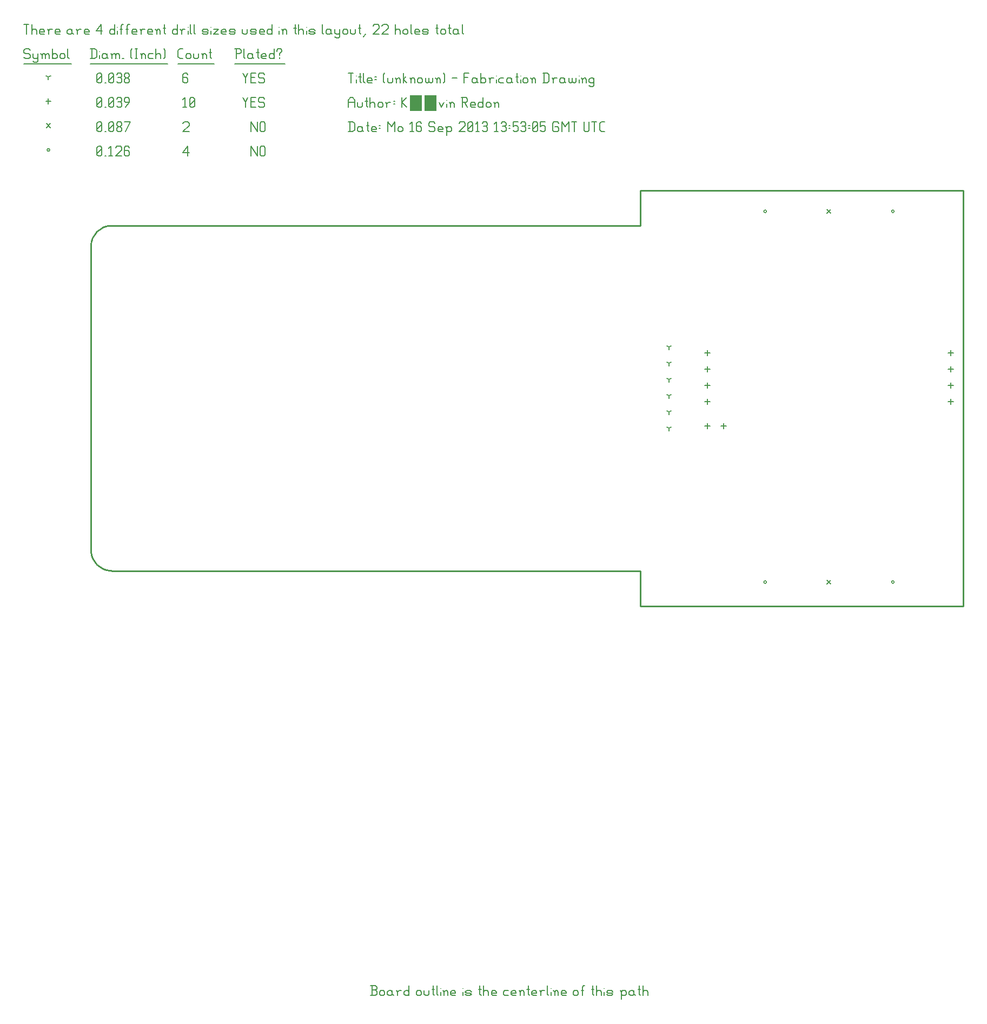
<source format=gbr>
G04 start of page 11 for group -3984 idx -3984 *
G04 Title: (unknown), fab *
G04 Creator: pcb 20110918 *
G04 CreationDate: Mo 16 Sep 2013 13:53:05 GMT UTC *
G04 For: kevredon *
G04 Format: Gerber/RS-274X *
G04 PCB-Dimensions: 600000 500000 *
G04 PCB-Coordinate-Origin: lower left *
%MOIN*%
%FSLAX25Y25*%
%LNFAB*%
%ADD44C,0.0001*%
%ADD43C,0.0100*%
%ADD42C,0.0075*%
%ADD41C,0.0060*%
%ADD40C,0.0080*%
G54D40*X534722Y245076D02*G75*G03X536322Y245076I800J0D01*G01*
G75*G03X534722Y245076I-800J0D01*G01*
Y473423D02*G75*G03X536322Y473423I800J0D01*G01*
G75*G03X534722Y473423I-800J0D01*G01*
X455982Y245076D02*G75*G03X457582Y245076I800J0D01*G01*
G75*G03X455982Y245076I-800J0D01*G01*
Y473423D02*G75*G03X457582Y473423I800J0D01*G01*
G75*G03X455982Y473423I-800J0D01*G01*
X14200Y511250D02*G75*G03X15800Y511250I800J0D01*G01*
G75*G03X14200Y511250I-800J0D01*G01*
G54D41*X140000Y513500D02*Y507500D01*
Y513500D02*X143750Y507500D01*
Y513500D02*Y507500D01*
X145550Y512750D02*Y508250D01*
Y512750D02*X146300Y513500D01*
X147800D01*
X148550Y512750D01*
Y508250D01*
X147800Y507500D02*X148550Y508250D01*
X146300Y507500D02*X147800D01*
X145550Y508250D02*X146300Y507500D01*
X98000Y509750D02*X101000Y513500D01*
X98000Y509750D02*X101750D01*
X101000Y513500D02*Y507500D01*
X45000Y508250D02*X45750Y507500D01*
X45000Y512750D02*Y508250D01*
Y512750D02*X45750Y513500D01*
X47250D01*
X48000Y512750D01*
Y508250D01*
X47250Y507500D02*X48000Y508250D01*
X45750Y507500D02*X47250D01*
X45000Y509000D02*X48000Y512000D01*
X49800Y507500D02*X50550D01*
X52350Y512300D02*X53550Y513500D01*
Y507500D01*
X52350D02*X54600D01*
X56400Y512750D02*X57150Y513500D01*
X59400D01*
X60150Y512750D01*
Y511250D01*
X56400Y507500D02*X60150Y511250D01*
X56400Y507500D02*X60150D01*
X64200Y513500D02*X64950Y512750D01*
X62700Y513500D02*X64200D01*
X61950Y512750D02*X62700Y513500D01*
X61950Y512750D02*Y508250D01*
X62700Y507500D01*
X64200Y510800D02*X64950Y510050D01*
X61950Y510800D02*X64200D01*
X62700Y507500D02*X64200D01*
X64950Y508250D01*
Y510050D02*Y508250D01*
X494952Y246276D02*X497352Y243876D01*
X494952D02*X497352Y246276D01*
X494952Y474623D02*X497352Y472223D01*
X494952D02*X497352Y474623D01*
X13800Y527450D02*X16200Y525050D01*
X13800D02*X16200Y527450D01*
X140000Y528500D02*Y522500D01*
Y528500D02*X143750Y522500D01*
Y528500D02*Y522500D01*
X145550Y527750D02*Y523250D01*
Y527750D02*X146300Y528500D01*
X147800D01*
X148550Y527750D01*
Y523250D01*
X147800Y522500D02*X148550Y523250D01*
X146300Y522500D02*X147800D01*
X145550Y523250D02*X146300Y522500D01*
X98000Y527750D02*X98750Y528500D01*
X101000D01*
X101750Y527750D01*
Y526250D01*
X98000Y522500D02*X101750Y526250D01*
X98000Y522500D02*X101750D01*
X45000Y523250D02*X45750Y522500D01*
X45000Y527750D02*Y523250D01*
Y527750D02*X45750Y528500D01*
X47250D01*
X48000Y527750D01*
Y523250D01*
X47250Y522500D02*X48000Y523250D01*
X45750Y522500D02*X47250D01*
X45000Y524000D02*X48000Y527000D01*
X49800Y522500D02*X50550D01*
X52350Y523250D02*X53100Y522500D01*
X52350Y527750D02*Y523250D01*
Y527750D02*X53100Y528500D01*
X54600D01*
X55350Y527750D01*
Y523250D01*
X54600Y522500D02*X55350Y523250D01*
X53100Y522500D02*X54600D01*
X52350Y524000D02*X55350Y527000D01*
X57150Y523250D02*X57900Y522500D01*
X57150Y524450D02*Y523250D01*
Y524450D02*X58200Y525500D01*
X59100D01*
X60150Y524450D01*
Y523250D01*
X59400Y522500D02*X60150Y523250D01*
X57900Y522500D02*X59400D01*
X57150Y526550D02*X58200Y525500D01*
X57150Y527750D02*Y526550D01*
Y527750D02*X57900Y528500D01*
X59400D01*
X60150Y527750D01*
Y526550D01*
X59100Y525500D02*X60150Y526550D01*
X62700Y522500D02*X65700Y528500D01*
X61950D02*X65700D01*
X421152Y387936D02*Y384736D01*
X419552Y386336D02*X422752D01*
X421152Y377936D02*Y374736D01*
X419552Y376336D02*X422752D01*
X421152Y367936D02*Y364736D01*
X419552Y366336D02*X422752D01*
X421152Y357936D02*Y354736D01*
X419552Y356336D02*X422752D01*
X571152Y387936D02*Y384736D01*
X569552Y386336D02*X572752D01*
X571152Y377936D02*Y374736D01*
X569552Y376336D02*X572752D01*
X571152Y367936D02*Y364736D01*
X569552Y366336D02*X572752D01*
X571152Y357936D02*Y354736D01*
X569552Y356336D02*X572752D01*
X421152Y342936D02*Y339736D01*
X419552Y341336D02*X422752D01*
X431152Y342936D02*Y339736D01*
X429552Y341336D02*X432752D01*
X15000Y542850D02*Y539650D01*
X13400Y541250D02*X16600D01*
X135000Y543500D02*X136500Y540500D01*
X138000Y543500D01*
X136500Y540500D02*Y537500D01*
X139800Y540800D02*X142050D01*
X139800Y537500D02*X142800D01*
X139800Y543500D02*Y537500D01*
Y543500D02*X142800D01*
X147600D02*X148350Y542750D01*
X145350Y543500D02*X147600D01*
X144600Y542750D02*X145350Y543500D01*
X144600Y542750D02*Y541250D01*
X145350Y540500D01*
X147600D01*
X148350Y539750D01*
Y538250D01*
X147600Y537500D02*X148350Y538250D01*
X145350Y537500D02*X147600D01*
X144600Y538250D02*X145350Y537500D01*
X98000Y542300D02*X99200Y543500D01*
Y537500D01*
X98000D02*X100250D01*
X102050Y538250D02*X102800Y537500D01*
X102050Y542750D02*Y538250D01*
Y542750D02*X102800Y543500D01*
X104300D01*
X105050Y542750D01*
Y538250D01*
X104300Y537500D02*X105050Y538250D01*
X102800Y537500D02*X104300D01*
X102050Y539000D02*X105050Y542000D01*
X45000Y538250D02*X45750Y537500D01*
X45000Y542750D02*Y538250D01*
Y542750D02*X45750Y543500D01*
X47250D01*
X48000Y542750D01*
Y538250D01*
X47250Y537500D02*X48000Y538250D01*
X45750Y537500D02*X47250D01*
X45000Y539000D02*X48000Y542000D01*
X49800Y537500D02*X50550D01*
X52350Y538250D02*X53100Y537500D01*
X52350Y542750D02*Y538250D01*
Y542750D02*X53100Y543500D01*
X54600D01*
X55350Y542750D01*
Y538250D01*
X54600Y537500D02*X55350Y538250D01*
X53100Y537500D02*X54600D01*
X52350Y539000D02*X55350Y542000D01*
X57150Y542750D02*X57900Y543500D01*
X59400D01*
X60150Y542750D01*
X59400Y537500D02*X60150Y538250D01*
X57900Y537500D02*X59400D01*
X57150Y538250D02*X57900Y537500D01*
Y540800D02*X59400D01*
X60150Y542750D02*Y541550D01*
Y540050D02*Y538250D01*
Y540050D02*X59400Y540800D01*
X60150Y541550D02*X59400Y540800D01*
X62700Y537500D02*X64950Y540500D01*
Y542750D02*Y540500D01*
X64200Y543500D02*X64950Y542750D01*
X62700Y543500D02*X64200D01*
X61950Y542750D02*X62700Y543500D01*
X61950Y542750D02*Y541250D01*
X62700Y540500D01*
X64950D01*
X397638Y389764D02*Y388164D01*
Y389764D02*X399025Y390564D01*
X397638Y389764D02*X396251Y390564D01*
X397638Y379764D02*Y378164D01*
Y379764D02*X399025Y380564D01*
X397638Y379764D02*X396251Y380564D01*
X397638Y369764D02*Y368164D01*
Y369764D02*X399025Y370564D01*
X397638Y369764D02*X396251Y370564D01*
X397638Y359764D02*Y358164D01*
Y359764D02*X399025Y360564D01*
X397638Y359764D02*X396251Y360564D01*
X397638Y349764D02*Y348164D01*
Y349764D02*X399025Y350564D01*
X397638Y349764D02*X396251Y350564D01*
X397638Y339764D02*Y338164D01*
Y339764D02*X399025Y340564D01*
X397638Y339764D02*X396251Y340564D01*
X15000Y556250D02*Y554650D01*
Y556250D02*X16387Y557050D01*
X15000Y556250D02*X13613Y557050D01*
X135000Y558500D02*X136500Y555500D01*
X138000Y558500D01*
X136500Y555500D02*Y552500D01*
X139800Y555800D02*X142050D01*
X139800Y552500D02*X142800D01*
X139800Y558500D02*Y552500D01*
Y558500D02*X142800D01*
X147600D02*X148350Y557750D01*
X145350Y558500D02*X147600D01*
X144600Y557750D02*X145350Y558500D01*
X144600Y557750D02*Y556250D01*
X145350Y555500D01*
X147600D01*
X148350Y554750D01*
Y553250D01*
X147600Y552500D02*X148350Y553250D01*
X145350Y552500D02*X147600D01*
X144600Y553250D02*X145350Y552500D01*
X100250Y558500D02*X101000Y557750D01*
X98750Y558500D02*X100250D01*
X98000Y557750D02*X98750Y558500D01*
X98000Y557750D02*Y553250D01*
X98750Y552500D01*
X100250Y555800D02*X101000Y555050D01*
X98000Y555800D02*X100250D01*
X98750Y552500D02*X100250D01*
X101000Y553250D01*
Y555050D02*Y553250D01*
X45000D02*X45750Y552500D01*
X45000Y557750D02*Y553250D01*
Y557750D02*X45750Y558500D01*
X47250D01*
X48000Y557750D01*
Y553250D01*
X47250Y552500D02*X48000Y553250D01*
X45750Y552500D02*X47250D01*
X45000Y554000D02*X48000Y557000D01*
X49800Y552500D02*X50550D01*
X52350Y553250D02*X53100Y552500D01*
X52350Y557750D02*Y553250D01*
Y557750D02*X53100Y558500D01*
X54600D01*
X55350Y557750D01*
Y553250D01*
X54600Y552500D02*X55350Y553250D01*
X53100Y552500D02*X54600D01*
X52350Y554000D02*X55350Y557000D01*
X57150Y557750D02*X57900Y558500D01*
X59400D01*
X60150Y557750D01*
X59400Y552500D02*X60150Y553250D01*
X57900Y552500D02*X59400D01*
X57150Y553250D02*X57900Y552500D01*
Y555800D02*X59400D01*
X60150Y557750D02*Y556550D01*
Y555050D02*Y553250D01*
Y555050D02*X59400Y555800D01*
X60150Y556550D02*X59400Y555800D01*
X61950Y553250D02*X62700Y552500D01*
X61950Y554450D02*Y553250D01*
Y554450D02*X63000Y555500D01*
X63900D01*
X64950Y554450D01*
Y553250D01*
X64200Y552500D02*X64950Y553250D01*
X62700Y552500D02*X64200D01*
X61950Y556550D02*X63000Y555500D01*
X61950Y557750D02*Y556550D01*
Y557750D02*X62700Y558500D01*
X64200D01*
X64950Y557750D01*
Y556550D01*
X63900Y555500D02*X64950Y556550D01*
X3000Y573500D02*X3750Y572750D01*
X750Y573500D02*X3000D01*
X0Y572750D02*X750Y573500D01*
X0Y572750D02*Y571250D01*
X750Y570500D01*
X3000D01*
X3750Y569750D01*
Y568250D01*
X3000Y567500D02*X3750Y568250D01*
X750Y567500D02*X3000D01*
X0Y568250D02*X750Y567500D01*
X5550Y570500D02*Y568250D01*
X6300Y567500D01*
X8550Y570500D02*Y566000D01*
X7800Y565250D02*X8550Y566000D01*
X6300Y565250D02*X7800D01*
X5550Y566000D02*X6300Y565250D01*
Y567500D02*X7800D01*
X8550Y568250D01*
X11100Y569750D02*Y567500D01*
Y569750D02*X11850Y570500D01*
X12600D01*
X13350Y569750D01*
Y567500D01*
Y569750D02*X14100Y570500D01*
X14850D01*
X15600Y569750D01*
Y567500D01*
X10350Y570500D02*X11100Y569750D01*
X17400Y573500D02*Y567500D01*
Y568250D02*X18150Y567500D01*
X19650D01*
X20400Y568250D01*
Y569750D02*Y568250D01*
X19650Y570500D02*X20400Y569750D01*
X18150Y570500D02*X19650D01*
X17400Y569750D02*X18150Y570500D01*
X22200Y569750D02*Y568250D01*
Y569750D02*X22950Y570500D01*
X24450D01*
X25200Y569750D01*
Y568250D01*
X24450Y567500D02*X25200Y568250D01*
X22950Y567500D02*X24450D01*
X22200Y568250D02*X22950Y567500D01*
X27000Y573500D02*Y568250D01*
X27750Y567500D01*
X0Y564250D02*X29250D01*
X41750Y573500D02*Y567500D01*
X43700Y573500D02*X44750Y572450D01*
Y568550D01*
X43700Y567500D02*X44750Y568550D01*
X41000Y567500D02*X43700D01*
X41000Y573500D02*X43700D01*
G54D42*X46550Y572000D02*Y571850D01*
G54D41*Y569750D02*Y567500D01*
X50300Y570500D02*X51050Y569750D01*
X48800Y570500D02*X50300D01*
X48050Y569750D02*X48800Y570500D01*
X48050Y569750D02*Y568250D01*
X48800Y567500D01*
X51050Y570500D02*Y568250D01*
X51800Y567500D01*
X48800D02*X50300D01*
X51050Y568250D01*
X54350Y569750D02*Y567500D01*
Y569750D02*X55100Y570500D01*
X55850D01*
X56600Y569750D01*
Y567500D01*
Y569750D02*X57350Y570500D01*
X58100D01*
X58850Y569750D01*
Y567500D01*
X53600Y570500D02*X54350Y569750D01*
X60650Y567500D02*X61400D01*
X65900Y568250D02*X66650Y567500D01*
X65900Y572750D02*X66650Y573500D01*
X65900Y572750D02*Y568250D01*
X68450Y573500D02*X69950D01*
X69200D02*Y567500D01*
X68450D02*X69950D01*
X72500Y569750D02*Y567500D01*
Y569750D02*X73250Y570500D01*
X74000D01*
X74750Y569750D01*
Y567500D01*
X71750Y570500D02*X72500Y569750D01*
X77300Y570500D02*X79550D01*
X76550Y569750D02*X77300Y570500D01*
X76550Y569750D02*Y568250D01*
X77300Y567500D01*
X79550D01*
X81350Y573500D02*Y567500D01*
Y569750D02*X82100Y570500D01*
X83600D01*
X84350Y569750D01*
Y567500D01*
X86150Y573500D02*X86900Y572750D01*
Y568250D01*
X86150Y567500D02*X86900Y568250D01*
X41000Y564250D02*X88700D01*
X96050Y567500D02*X98000D01*
X95000Y568550D02*X96050Y567500D01*
X95000Y572450D02*Y568550D01*
Y572450D02*X96050Y573500D01*
X98000D01*
X99800Y569750D02*Y568250D01*
Y569750D02*X100550Y570500D01*
X102050D01*
X102800Y569750D01*
Y568250D01*
X102050Y567500D02*X102800Y568250D01*
X100550Y567500D02*X102050D01*
X99800Y568250D02*X100550Y567500D01*
X104600Y570500D02*Y568250D01*
X105350Y567500D01*
X106850D01*
X107600Y568250D01*
Y570500D02*Y568250D01*
X110150Y569750D02*Y567500D01*
Y569750D02*X110900Y570500D01*
X111650D01*
X112400Y569750D01*
Y567500D01*
X109400Y570500D02*X110150Y569750D01*
X114950Y573500D02*Y568250D01*
X115700Y567500D01*
X114200Y571250D02*X115700D01*
X95000Y564250D02*X117200D01*
X130750Y573500D02*Y567500D01*
X130000Y573500D02*X133000D01*
X133750Y572750D01*
Y571250D01*
X133000Y570500D02*X133750Y571250D01*
X130750Y570500D02*X133000D01*
X135550Y573500D02*Y568250D01*
X136300Y567500D01*
X140050Y570500D02*X140800Y569750D01*
X138550Y570500D02*X140050D01*
X137800Y569750D02*X138550Y570500D01*
X137800Y569750D02*Y568250D01*
X138550Y567500D01*
X140800Y570500D02*Y568250D01*
X141550Y567500D01*
X138550D02*X140050D01*
X140800Y568250D01*
X144100Y573500D02*Y568250D01*
X144850Y567500D01*
X143350Y571250D02*X144850D01*
X147100Y567500D02*X149350D01*
X146350Y568250D02*X147100Y567500D01*
X146350Y569750D02*Y568250D01*
Y569750D02*X147100Y570500D01*
X148600D01*
X149350Y569750D01*
X146350Y569000D02*X149350D01*
Y569750D02*Y569000D01*
X154150Y573500D02*Y567500D01*
X153400D02*X154150Y568250D01*
X151900Y567500D02*X153400D01*
X151150Y568250D02*X151900Y567500D01*
X151150Y569750D02*Y568250D01*
Y569750D02*X151900Y570500D01*
X153400D01*
X154150Y569750D01*
X157450Y570500D02*Y569750D01*
Y568250D02*Y567500D01*
X155950Y572750D02*Y572000D01*
Y572750D02*X156700Y573500D01*
X158200D01*
X158950Y572750D01*
Y572000D01*
X157450Y570500D02*X158950Y572000D01*
X130000Y564250D02*X160750D01*
X0Y588500D02*X3000D01*
X1500D02*Y582500D01*
X4800Y588500D02*Y582500D01*
Y584750D02*X5550Y585500D01*
X7050D01*
X7800Y584750D01*
Y582500D01*
X10350D02*X12600D01*
X9600Y583250D02*X10350Y582500D01*
X9600Y584750D02*Y583250D01*
Y584750D02*X10350Y585500D01*
X11850D01*
X12600Y584750D01*
X9600Y584000D02*X12600D01*
Y584750D02*Y584000D01*
X15150Y584750D02*Y582500D01*
Y584750D02*X15900Y585500D01*
X17400D01*
X14400D02*X15150Y584750D01*
X19950Y582500D02*X22200D01*
X19200Y583250D02*X19950Y582500D01*
X19200Y584750D02*Y583250D01*
Y584750D02*X19950Y585500D01*
X21450D01*
X22200Y584750D01*
X19200Y584000D02*X22200D01*
Y584750D02*Y584000D01*
X28950Y585500D02*X29700Y584750D01*
X27450Y585500D02*X28950D01*
X26700Y584750D02*X27450Y585500D01*
X26700Y584750D02*Y583250D01*
X27450Y582500D01*
X29700Y585500D02*Y583250D01*
X30450Y582500D01*
X27450D02*X28950D01*
X29700Y583250D01*
X33000Y584750D02*Y582500D01*
Y584750D02*X33750Y585500D01*
X35250D01*
X32250D02*X33000Y584750D01*
X37800Y582500D02*X40050D01*
X37050Y583250D02*X37800Y582500D01*
X37050Y584750D02*Y583250D01*
Y584750D02*X37800Y585500D01*
X39300D01*
X40050Y584750D01*
X37050Y584000D02*X40050D01*
Y584750D02*Y584000D01*
X44550Y584750D02*X47550Y588500D01*
X44550Y584750D02*X48300D01*
X47550Y588500D02*Y582500D01*
X55800Y588500D02*Y582500D01*
X55050D02*X55800Y583250D01*
X53550Y582500D02*X55050D01*
X52800Y583250D02*X53550Y582500D01*
X52800Y584750D02*Y583250D01*
Y584750D02*X53550Y585500D01*
X55050D01*
X55800Y584750D01*
G54D42*X57600Y587000D02*Y586850D01*
G54D41*Y584750D02*Y582500D01*
X59850Y587750D02*Y582500D01*
Y587750D02*X60600Y588500D01*
X61350D01*
X59100Y585500D02*X60600D01*
X63600Y587750D02*Y582500D01*
Y587750D02*X64350Y588500D01*
X65100D01*
X62850Y585500D02*X64350D01*
X67350Y582500D02*X69600D01*
X66600Y583250D02*X67350Y582500D01*
X66600Y584750D02*Y583250D01*
Y584750D02*X67350Y585500D01*
X68850D01*
X69600Y584750D01*
X66600Y584000D02*X69600D01*
Y584750D02*Y584000D01*
X72150Y584750D02*Y582500D01*
Y584750D02*X72900Y585500D01*
X74400D01*
X71400D02*X72150Y584750D01*
X76950Y582500D02*X79200D01*
X76200Y583250D02*X76950Y582500D01*
X76200Y584750D02*Y583250D01*
Y584750D02*X76950Y585500D01*
X78450D01*
X79200Y584750D01*
X76200Y584000D02*X79200D01*
Y584750D02*Y584000D01*
X81750Y584750D02*Y582500D01*
Y584750D02*X82500Y585500D01*
X83250D01*
X84000Y584750D01*
Y582500D01*
X81000Y585500D02*X81750Y584750D01*
X86550Y588500D02*Y583250D01*
X87300Y582500D01*
X85800Y586250D02*X87300D01*
X94500Y588500D02*Y582500D01*
X93750D02*X94500Y583250D01*
X92250Y582500D02*X93750D01*
X91500Y583250D02*X92250Y582500D01*
X91500Y584750D02*Y583250D01*
Y584750D02*X92250Y585500D01*
X93750D01*
X94500Y584750D01*
X97050D02*Y582500D01*
Y584750D02*X97800Y585500D01*
X99300D01*
X96300D02*X97050Y584750D01*
G54D42*X101100Y587000D02*Y586850D01*
G54D41*Y584750D02*Y582500D01*
X102600Y588500D02*Y583250D01*
X103350Y582500D01*
X104850Y588500D02*Y583250D01*
X105600Y582500D01*
X110550D02*X112800D01*
X113550Y583250D01*
X112800Y584000D02*X113550Y583250D01*
X110550Y584000D02*X112800D01*
X109800Y584750D02*X110550Y584000D01*
X109800Y584750D02*X110550Y585500D01*
X112800D01*
X113550Y584750D01*
X109800Y583250D02*X110550Y582500D01*
G54D42*X115350Y587000D02*Y586850D01*
G54D41*Y584750D02*Y582500D01*
X116850Y585500D02*X119850D01*
X116850Y582500D02*X119850Y585500D01*
X116850Y582500D02*X119850D01*
X122400D02*X124650D01*
X121650Y583250D02*X122400Y582500D01*
X121650Y584750D02*Y583250D01*
Y584750D02*X122400Y585500D01*
X123900D01*
X124650Y584750D01*
X121650Y584000D02*X124650D01*
Y584750D02*Y584000D01*
X127200Y582500D02*X129450D01*
X130200Y583250D01*
X129450Y584000D02*X130200Y583250D01*
X127200Y584000D02*X129450D01*
X126450Y584750D02*X127200Y584000D01*
X126450Y584750D02*X127200Y585500D01*
X129450D01*
X130200Y584750D01*
X126450Y583250D02*X127200Y582500D01*
X134700Y585500D02*Y583250D01*
X135450Y582500D01*
X136950D01*
X137700Y583250D01*
Y585500D02*Y583250D01*
X140250Y582500D02*X142500D01*
X143250Y583250D01*
X142500Y584000D02*X143250Y583250D01*
X140250Y584000D02*X142500D01*
X139500Y584750D02*X140250Y584000D01*
X139500Y584750D02*X140250Y585500D01*
X142500D01*
X143250Y584750D01*
X139500Y583250D02*X140250Y582500D01*
X145800D02*X148050D01*
X145050Y583250D02*X145800Y582500D01*
X145050Y584750D02*Y583250D01*
Y584750D02*X145800Y585500D01*
X147300D01*
X148050Y584750D01*
X145050Y584000D02*X148050D01*
Y584750D02*Y584000D01*
X152850Y588500D02*Y582500D01*
X152100D02*X152850Y583250D01*
X150600Y582500D02*X152100D01*
X149850Y583250D02*X150600Y582500D01*
X149850Y584750D02*Y583250D01*
Y584750D02*X150600Y585500D01*
X152100D01*
X152850Y584750D01*
G54D42*X157350Y587000D02*Y586850D01*
G54D41*Y584750D02*Y582500D01*
X159600Y584750D02*Y582500D01*
Y584750D02*X160350Y585500D01*
X161100D01*
X161850Y584750D01*
Y582500D01*
X158850Y585500D02*X159600Y584750D01*
X167100Y588500D02*Y583250D01*
X167850Y582500D01*
X166350Y586250D02*X167850D01*
X169350Y588500D02*Y582500D01*
Y584750D02*X170100Y585500D01*
X171600D01*
X172350Y584750D01*
Y582500D01*
G54D42*X174150Y587000D02*Y586850D01*
G54D41*Y584750D02*Y582500D01*
X176400D02*X178650D01*
X179400Y583250D01*
X178650Y584000D02*X179400Y583250D01*
X176400Y584000D02*X178650D01*
X175650Y584750D02*X176400Y584000D01*
X175650Y584750D02*X176400Y585500D01*
X178650D01*
X179400Y584750D01*
X175650Y583250D02*X176400Y582500D01*
X183900Y588500D02*Y583250D01*
X184650Y582500D01*
X188400Y585500D02*X189150Y584750D01*
X186900Y585500D02*X188400D01*
X186150Y584750D02*X186900Y585500D01*
X186150Y584750D02*Y583250D01*
X186900Y582500D01*
X189150Y585500D02*Y583250D01*
X189900Y582500D01*
X186900D02*X188400D01*
X189150Y583250D01*
X191700Y585500D02*Y583250D01*
X192450Y582500D01*
X194700Y585500D02*Y581000D01*
X193950Y580250D02*X194700Y581000D01*
X192450Y580250D02*X193950D01*
X191700Y581000D02*X192450Y580250D01*
Y582500D02*X193950D01*
X194700Y583250D01*
X196500Y584750D02*Y583250D01*
Y584750D02*X197250Y585500D01*
X198750D01*
X199500Y584750D01*
Y583250D01*
X198750Y582500D02*X199500Y583250D01*
X197250Y582500D02*X198750D01*
X196500Y583250D02*X197250Y582500D01*
X201300Y585500D02*Y583250D01*
X202050Y582500D01*
X203550D01*
X204300Y583250D01*
Y585500D02*Y583250D01*
X206850Y588500D02*Y583250D01*
X207600Y582500D01*
X206100Y586250D02*X207600D01*
X209100Y581000D02*X210600Y582500D01*
X215100Y587750D02*X215850Y588500D01*
X218100D01*
X218850Y587750D01*
Y586250D01*
X215100Y582500D02*X218850Y586250D01*
X215100Y582500D02*X218850D01*
X220650Y587750D02*X221400Y588500D01*
X223650D01*
X224400Y587750D01*
Y586250D01*
X220650Y582500D02*X224400Y586250D01*
X220650Y582500D02*X224400D01*
X228900Y588500D02*Y582500D01*
Y584750D02*X229650Y585500D01*
X231150D01*
X231900Y584750D01*
Y582500D01*
X233700Y584750D02*Y583250D01*
Y584750D02*X234450Y585500D01*
X235950D01*
X236700Y584750D01*
Y583250D01*
X235950Y582500D02*X236700Y583250D01*
X234450Y582500D02*X235950D01*
X233700Y583250D02*X234450Y582500D01*
X238500Y588500D02*Y583250D01*
X239250Y582500D01*
X241500D02*X243750D01*
X240750Y583250D02*X241500Y582500D01*
X240750Y584750D02*Y583250D01*
Y584750D02*X241500Y585500D01*
X243000D01*
X243750Y584750D01*
X240750Y584000D02*X243750D01*
Y584750D02*Y584000D01*
X246300Y582500D02*X248550D01*
X249300Y583250D01*
X248550Y584000D02*X249300Y583250D01*
X246300Y584000D02*X248550D01*
X245550Y584750D02*X246300Y584000D01*
X245550Y584750D02*X246300Y585500D01*
X248550D01*
X249300Y584750D01*
X245550Y583250D02*X246300Y582500D01*
X254550Y588500D02*Y583250D01*
X255300Y582500D01*
X253800Y586250D02*X255300D01*
X256800Y584750D02*Y583250D01*
Y584750D02*X257550Y585500D01*
X259050D01*
X259800Y584750D01*
Y583250D01*
X259050Y582500D02*X259800Y583250D01*
X257550Y582500D02*X259050D01*
X256800Y583250D02*X257550Y582500D01*
X262350Y588500D02*Y583250D01*
X263100Y582500D01*
X261600Y586250D02*X263100D01*
X266850Y585500D02*X267600Y584750D01*
X265350Y585500D02*X266850D01*
X264600Y584750D02*X265350Y585500D01*
X264600Y584750D02*Y583250D01*
X265350Y582500D01*
X267600Y585500D02*Y583250D01*
X268350Y582500D01*
X265350D02*X266850D01*
X267600Y583250D01*
X270150Y588500D02*Y583250D01*
X270900Y582500D01*
G54D43*X53858Y464567D02*X365827D01*
X41339Y264567D02*Y452047D01*
X365827Y252047D02*X53858D01*
X364173Y464567D02*X379921D01*
Y486220D01*
X578740D01*
Y230315D01*
X379921D01*
Y251969D01*
X379843Y252047D01*
X366142D01*
X53858Y464567D02*G75*G03X41338Y452047I0J-12520D01*G01*
Y264567D02*G75*G03X53858Y252047I12520J0D01*G01*
G54D41*X213675Y-9500D02*X216675D01*
X217425Y-8750D01*
Y-6950D02*Y-8750D01*
X216675Y-6200D02*X217425Y-6950D01*
X214425Y-6200D02*X216675D01*
X214425Y-3500D02*Y-9500D01*
X213675Y-3500D02*X216675D01*
X217425Y-4250D01*
Y-5450D01*
X216675Y-6200D02*X217425Y-5450D01*
X219225Y-7250D02*Y-8750D01*
Y-7250D02*X219975Y-6500D01*
X221475D01*
X222225Y-7250D01*
Y-8750D01*
X221475Y-9500D02*X222225Y-8750D01*
X219975Y-9500D02*X221475D01*
X219225Y-8750D02*X219975Y-9500D01*
X226275Y-6500D02*X227025Y-7250D01*
X224775Y-6500D02*X226275D01*
X224025Y-7250D02*X224775Y-6500D01*
X224025Y-7250D02*Y-8750D01*
X224775Y-9500D01*
X227025Y-6500D02*Y-8750D01*
X227775Y-9500D01*
X224775D02*X226275D01*
X227025Y-8750D01*
X230325Y-7250D02*Y-9500D01*
Y-7250D02*X231075Y-6500D01*
X232575D01*
X229575D02*X230325Y-7250D01*
X237375Y-3500D02*Y-9500D01*
X236625D02*X237375Y-8750D01*
X235125Y-9500D02*X236625D01*
X234375Y-8750D02*X235125Y-9500D01*
X234375Y-7250D02*Y-8750D01*
Y-7250D02*X235125Y-6500D01*
X236625D01*
X237375Y-7250D01*
X241875D02*Y-8750D01*
Y-7250D02*X242625Y-6500D01*
X244125D01*
X244875Y-7250D01*
Y-8750D01*
X244125Y-9500D02*X244875Y-8750D01*
X242625Y-9500D02*X244125D01*
X241875Y-8750D02*X242625Y-9500D01*
X246675Y-6500D02*Y-8750D01*
X247425Y-9500D01*
X248925D01*
X249675Y-8750D01*
Y-6500D02*Y-8750D01*
X252225Y-3500D02*Y-8750D01*
X252975Y-9500D01*
X251475Y-5750D02*X252975D01*
X254475Y-3500D02*Y-8750D01*
X255225Y-9500D01*
G54D42*X256725Y-5000D02*Y-5150D01*
G54D41*Y-7250D02*Y-9500D01*
X258975Y-7250D02*Y-9500D01*
Y-7250D02*X259725Y-6500D01*
X260475D01*
X261225Y-7250D01*
Y-9500D01*
X258225Y-6500D02*X258975Y-7250D01*
X263775Y-9500D02*X266025D01*
X263025Y-8750D02*X263775Y-9500D01*
X263025Y-7250D02*Y-8750D01*
Y-7250D02*X263775Y-6500D01*
X265275D01*
X266025Y-7250D01*
X263025Y-8000D02*X266025D01*
Y-7250D02*Y-8000D01*
G54D42*X270525Y-5000D02*Y-5150D01*
G54D41*Y-7250D02*Y-9500D01*
X272775D02*X275025D01*
X275775Y-8750D01*
X275025Y-8000D02*X275775Y-8750D01*
X272775Y-8000D02*X275025D01*
X272025Y-7250D02*X272775Y-8000D01*
X272025Y-7250D02*X272775Y-6500D01*
X275025D01*
X275775Y-7250D01*
X272025Y-8750D02*X272775Y-9500D01*
X281025Y-3500D02*Y-8750D01*
X281775Y-9500D01*
X280275Y-5750D02*X281775D01*
X283275Y-3500D02*Y-9500D01*
Y-7250D02*X284025Y-6500D01*
X285525D01*
X286275Y-7250D01*
Y-9500D01*
X288825D02*X291075D01*
X288075Y-8750D02*X288825Y-9500D01*
X288075Y-7250D02*Y-8750D01*
Y-7250D02*X288825Y-6500D01*
X290325D01*
X291075Y-7250D01*
X288075Y-8000D02*X291075D01*
Y-7250D02*Y-8000D01*
X296325Y-6500D02*X298575D01*
X295575Y-7250D02*X296325Y-6500D01*
X295575Y-7250D02*Y-8750D01*
X296325Y-9500D01*
X298575D01*
X301125D02*X303375D01*
X300375Y-8750D02*X301125Y-9500D01*
X300375Y-7250D02*Y-8750D01*
Y-7250D02*X301125Y-6500D01*
X302625D01*
X303375Y-7250D01*
X300375Y-8000D02*X303375D01*
Y-7250D02*Y-8000D01*
X305925Y-7250D02*Y-9500D01*
Y-7250D02*X306675Y-6500D01*
X307425D01*
X308175Y-7250D01*
Y-9500D01*
X305175Y-6500D02*X305925Y-7250D01*
X310725Y-3500D02*Y-8750D01*
X311475Y-9500D01*
X309975Y-5750D02*X311475D01*
X313725Y-9500D02*X315975D01*
X312975Y-8750D02*X313725Y-9500D01*
X312975Y-7250D02*Y-8750D01*
Y-7250D02*X313725Y-6500D01*
X315225D01*
X315975Y-7250D01*
X312975Y-8000D02*X315975D01*
Y-7250D02*Y-8000D01*
X318525Y-7250D02*Y-9500D01*
Y-7250D02*X319275Y-6500D01*
X320775D01*
X317775D02*X318525Y-7250D01*
X322575Y-3500D02*Y-8750D01*
X323325Y-9500D01*
G54D42*X324825Y-5000D02*Y-5150D01*
G54D41*Y-7250D02*Y-9500D01*
X327075Y-7250D02*Y-9500D01*
Y-7250D02*X327825Y-6500D01*
X328575D01*
X329325Y-7250D01*
Y-9500D01*
X326325Y-6500D02*X327075Y-7250D01*
X331875Y-9500D02*X334125D01*
X331125Y-8750D02*X331875Y-9500D01*
X331125Y-7250D02*Y-8750D01*
Y-7250D02*X331875Y-6500D01*
X333375D01*
X334125Y-7250D01*
X331125Y-8000D02*X334125D01*
Y-7250D02*Y-8000D01*
X338625Y-7250D02*Y-8750D01*
Y-7250D02*X339375Y-6500D01*
X340875D01*
X341625Y-7250D01*
Y-8750D01*
X340875Y-9500D02*X341625Y-8750D01*
X339375Y-9500D02*X340875D01*
X338625Y-8750D02*X339375Y-9500D01*
X344175Y-4250D02*Y-9500D01*
Y-4250D02*X344925Y-3500D01*
X345675D01*
X343425Y-6500D02*X344925D01*
X350625Y-3500D02*Y-8750D01*
X351375Y-9500D01*
X349875Y-5750D02*X351375D01*
X352875Y-3500D02*Y-9500D01*
Y-7250D02*X353625Y-6500D01*
X355125D01*
X355875Y-7250D01*
Y-9500D01*
G54D42*X357675Y-5000D02*Y-5150D01*
G54D41*Y-7250D02*Y-9500D01*
X359925D02*X362175D01*
X362925Y-8750D01*
X362175Y-8000D02*X362925Y-8750D01*
X359925Y-8000D02*X362175D01*
X359175Y-7250D02*X359925Y-8000D01*
X359175Y-7250D02*X359925Y-6500D01*
X362175D01*
X362925Y-7250D01*
X359175Y-8750D02*X359925Y-9500D01*
X368175Y-7250D02*Y-11750D01*
X367425Y-6500D02*X368175Y-7250D01*
X368925Y-6500D01*
X370425D01*
X371175Y-7250D01*
Y-8750D01*
X370425Y-9500D02*X371175Y-8750D01*
X368925Y-9500D02*X370425D01*
X368175Y-8750D02*X368925Y-9500D01*
X375225Y-6500D02*X375975Y-7250D01*
X373725Y-6500D02*X375225D01*
X372975Y-7250D02*X373725Y-6500D01*
X372975Y-7250D02*Y-8750D01*
X373725Y-9500D01*
X375975Y-6500D02*Y-8750D01*
X376725Y-9500D01*
X373725D02*X375225D01*
X375975Y-8750D01*
X379275Y-3500D02*Y-8750D01*
X380025Y-9500D01*
X378525Y-5750D02*X380025D01*
X381525Y-3500D02*Y-9500D01*
Y-7250D02*X382275Y-6500D01*
X383775D01*
X384525Y-7250D01*
Y-9500D01*
X200750Y528500D02*Y522500D01*
X202700Y528500D02*X203750Y527450D01*
Y523550D01*
X202700Y522500D02*X203750Y523550D01*
X200000Y522500D02*X202700D01*
X200000Y528500D02*X202700D01*
X207800Y525500D02*X208550Y524750D01*
X206300Y525500D02*X207800D01*
X205550Y524750D02*X206300Y525500D01*
X205550Y524750D02*Y523250D01*
X206300Y522500D01*
X208550Y525500D02*Y523250D01*
X209300Y522500D01*
X206300D02*X207800D01*
X208550Y523250D01*
X211850Y528500D02*Y523250D01*
X212600Y522500D01*
X211100Y526250D02*X212600D01*
X214850Y522500D02*X217100D01*
X214100Y523250D02*X214850Y522500D01*
X214100Y524750D02*Y523250D01*
Y524750D02*X214850Y525500D01*
X216350D01*
X217100Y524750D01*
X214100Y524000D02*X217100D01*
Y524750D02*Y524000D01*
X218900Y526250D02*X219650D01*
X218900Y524750D02*X219650D01*
X224150Y528500D02*Y522500D01*
Y528500D02*X226400Y525500D01*
X228650Y528500D01*
Y522500D01*
X230450Y524750D02*Y523250D01*
Y524750D02*X231200Y525500D01*
X232700D01*
X233450Y524750D01*
Y523250D01*
X232700Y522500D02*X233450Y523250D01*
X231200Y522500D02*X232700D01*
X230450Y523250D02*X231200Y522500D01*
X237950Y527300D02*X239150Y528500D01*
Y522500D01*
X237950D02*X240200D01*
X244250Y528500D02*X245000Y527750D01*
X242750Y528500D02*X244250D01*
X242000Y527750D02*X242750Y528500D01*
X242000Y527750D02*Y523250D01*
X242750Y522500D01*
X244250Y525800D02*X245000Y525050D01*
X242000Y525800D02*X244250D01*
X242750Y522500D02*X244250D01*
X245000Y523250D01*
Y525050D02*Y523250D01*
X252500Y528500D02*X253250Y527750D01*
X250250Y528500D02*X252500D01*
X249500Y527750D02*X250250Y528500D01*
X249500Y527750D02*Y526250D01*
X250250Y525500D01*
X252500D01*
X253250Y524750D01*
Y523250D01*
X252500Y522500D02*X253250Y523250D01*
X250250Y522500D02*X252500D01*
X249500Y523250D02*X250250Y522500D01*
X255800D02*X258050D01*
X255050Y523250D02*X255800Y522500D01*
X255050Y524750D02*Y523250D01*
Y524750D02*X255800Y525500D01*
X257300D01*
X258050Y524750D01*
X255050Y524000D02*X258050D01*
Y524750D02*Y524000D01*
X260600Y524750D02*Y520250D01*
X259850Y525500D02*X260600Y524750D01*
X261350Y525500D01*
X262850D01*
X263600Y524750D01*
Y523250D01*
X262850Y522500D02*X263600Y523250D01*
X261350Y522500D02*X262850D01*
X260600Y523250D02*X261350Y522500D01*
X268100Y527750D02*X268850Y528500D01*
X271100D01*
X271850Y527750D01*
Y526250D01*
X268100Y522500D02*X271850Y526250D01*
X268100Y522500D02*X271850D01*
X273650Y523250D02*X274400Y522500D01*
X273650Y527750D02*Y523250D01*
Y527750D02*X274400Y528500D01*
X275900D01*
X276650Y527750D01*
Y523250D01*
X275900Y522500D02*X276650Y523250D01*
X274400Y522500D02*X275900D01*
X273650Y524000D02*X276650Y527000D01*
X278450Y527300D02*X279650Y528500D01*
Y522500D01*
X278450D02*X280700D01*
X282500Y527750D02*X283250Y528500D01*
X284750D01*
X285500Y527750D01*
X284750Y522500D02*X285500Y523250D01*
X283250Y522500D02*X284750D01*
X282500Y523250D02*X283250Y522500D01*
Y525800D02*X284750D01*
X285500Y527750D02*Y526550D01*
Y525050D02*Y523250D01*
Y525050D02*X284750Y525800D01*
X285500Y526550D02*X284750Y525800D01*
X290000Y527300D02*X291200Y528500D01*
Y522500D01*
X290000D02*X292250D01*
X294050Y527750D02*X294800Y528500D01*
X296300D01*
X297050Y527750D01*
X296300Y522500D02*X297050Y523250D01*
X294800Y522500D02*X296300D01*
X294050Y523250D02*X294800Y522500D01*
Y525800D02*X296300D01*
X297050Y527750D02*Y526550D01*
Y525050D02*Y523250D01*
Y525050D02*X296300Y525800D01*
X297050Y526550D02*X296300Y525800D01*
X298850Y526250D02*X299600D01*
X298850Y524750D02*X299600D01*
X301400Y528500D02*X304400D01*
X301400D02*Y525500D01*
X302150Y526250D01*
X303650D01*
X304400Y525500D01*
Y523250D01*
X303650Y522500D02*X304400Y523250D01*
X302150Y522500D02*X303650D01*
X301400Y523250D02*X302150Y522500D01*
X306200Y527750D02*X306950Y528500D01*
X308450D01*
X309200Y527750D01*
X308450Y522500D02*X309200Y523250D01*
X306950Y522500D02*X308450D01*
X306200Y523250D02*X306950Y522500D01*
Y525800D02*X308450D01*
X309200Y527750D02*Y526550D01*
Y525050D02*Y523250D01*
Y525050D02*X308450Y525800D01*
X309200Y526550D02*X308450Y525800D01*
X311000Y526250D02*X311750D01*
X311000Y524750D02*X311750D01*
X313550Y523250D02*X314300Y522500D01*
X313550Y527750D02*Y523250D01*
Y527750D02*X314300Y528500D01*
X315800D01*
X316550Y527750D01*
Y523250D01*
X315800Y522500D02*X316550Y523250D01*
X314300Y522500D02*X315800D01*
X313550Y524000D02*X316550Y527000D01*
X318350Y528500D02*X321350D01*
X318350D02*Y525500D01*
X319100Y526250D01*
X320600D01*
X321350Y525500D01*
Y523250D01*
X320600Y522500D02*X321350Y523250D01*
X319100Y522500D02*X320600D01*
X318350Y523250D02*X319100Y522500D01*
X328850Y528500D02*X329600Y527750D01*
X326600Y528500D02*X328850D01*
X325850Y527750D02*X326600Y528500D01*
X325850Y527750D02*Y523250D01*
X326600Y522500D01*
X328850D01*
X329600Y523250D01*
Y524750D02*Y523250D01*
X328850Y525500D02*X329600Y524750D01*
X327350Y525500D02*X328850D01*
X331400Y528500D02*Y522500D01*
Y528500D02*X333650Y525500D01*
X335900Y528500D01*
Y522500D01*
X337700Y528500D02*X340700D01*
X339200D02*Y522500D01*
X345200Y528500D02*Y523250D01*
X345950Y522500D01*
X347450D01*
X348200Y523250D01*
Y528500D02*Y523250D01*
X350000Y528500D02*X353000D01*
X351500D02*Y522500D01*
X355850D02*X357800D01*
X354800Y523550D02*X355850Y522500D01*
X354800Y527450D02*Y523550D01*
Y527450D02*X355850Y528500D01*
X357800D01*
X200000Y542000D02*Y537500D01*
Y542000D02*X201050Y543500D01*
X202700D01*
X203750Y542000D01*
Y537500D01*
X200000Y540500D02*X203750D01*
X205550D02*Y538250D01*
X206300Y537500D01*
X207800D01*
X208550Y538250D01*
Y540500D02*Y538250D01*
X211100Y543500D02*Y538250D01*
X211850Y537500D01*
X210350Y541250D02*X211850D01*
X213350Y543500D02*Y537500D01*
Y539750D02*X214100Y540500D01*
X215600D01*
X216350Y539750D01*
Y537500D01*
X218150Y539750D02*Y538250D01*
Y539750D02*X218900Y540500D01*
X220400D01*
X221150Y539750D01*
Y538250D01*
X220400Y537500D02*X221150Y538250D01*
X218900Y537500D02*X220400D01*
X218150Y538250D02*X218900Y537500D01*
X223700Y539750D02*Y537500D01*
Y539750D02*X224450Y540500D01*
X225950D01*
X222950D02*X223700Y539750D01*
X227750Y541250D02*X228500D01*
X227750Y539750D02*X228500D01*
X233000Y543500D02*Y537500D01*
Y540500D02*X236000Y543500D01*
X233000Y540500D02*X236000Y537500D01*
G54D44*G36*
X237800Y545000D02*Y535250D01*
X245300D01*
Y545000D01*
X237800D01*
G37*
G36*
X246800D02*Y535250D01*
X254300D01*
Y545000D01*
X246800D01*
G37*
G54D41*X255800Y540500D02*X257300Y537500D01*
X258800Y540500D02*X257300Y537500D01*
G54D42*X260600Y542000D02*Y541850D01*
G54D41*Y539750D02*Y537500D01*
X262850Y539750D02*Y537500D01*
Y539750D02*X263600Y540500D01*
X264350D01*
X265100Y539750D01*
Y537500D01*
X262100Y540500D02*X262850Y539750D01*
X269600Y543500D02*X272600D01*
X273350Y542750D01*
Y541250D01*
X272600Y540500D02*X273350Y541250D01*
X270350Y540500D02*X272600D01*
X270350Y543500D02*Y537500D01*
X271550Y540500D02*X273350Y537500D01*
X275900D02*X278150D01*
X275150Y538250D02*X275900Y537500D01*
X275150Y539750D02*Y538250D01*
Y539750D02*X275900Y540500D01*
X277400D01*
X278150Y539750D01*
X275150Y539000D02*X278150D01*
Y539750D02*Y539000D01*
X282950Y543500D02*Y537500D01*
X282200D02*X282950Y538250D01*
X280700Y537500D02*X282200D01*
X279950Y538250D02*X280700Y537500D01*
X279950Y539750D02*Y538250D01*
Y539750D02*X280700Y540500D01*
X282200D01*
X282950Y539750D01*
X284750D02*Y538250D01*
Y539750D02*X285500Y540500D01*
X287000D01*
X287750Y539750D01*
Y538250D01*
X287000Y537500D02*X287750Y538250D01*
X285500Y537500D02*X287000D01*
X284750Y538250D02*X285500Y537500D01*
X290300Y539750D02*Y537500D01*
Y539750D02*X291050Y540500D01*
X291800D01*
X292550Y539750D01*
Y537500D01*
X289550Y540500D02*X290300Y539750D01*
X200000Y558500D02*X203000D01*
X201500D02*Y552500D01*
G54D42*X204800Y557000D02*Y556850D01*
G54D41*Y554750D02*Y552500D01*
X207050Y558500D02*Y553250D01*
X207800Y552500D01*
X206300Y556250D02*X207800D01*
X209300Y558500D02*Y553250D01*
X210050Y552500D01*
X212300D02*X214550D01*
X211550Y553250D02*X212300Y552500D01*
X211550Y554750D02*Y553250D01*
Y554750D02*X212300Y555500D01*
X213800D01*
X214550Y554750D01*
X211550Y554000D02*X214550D01*
Y554750D02*Y554000D01*
X216350Y556250D02*X217100D01*
X216350Y554750D02*X217100D01*
X221600Y553250D02*X222350Y552500D01*
X221600Y557750D02*X222350Y558500D01*
X221600Y557750D02*Y553250D01*
X224150Y555500D02*Y553250D01*
X224900Y552500D01*
X226400D01*
X227150Y553250D01*
Y555500D02*Y553250D01*
X229700Y554750D02*Y552500D01*
Y554750D02*X230450Y555500D01*
X231200D01*
X231950Y554750D01*
Y552500D01*
X228950Y555500D02*X229700Y554750D01*
X233750Y558500D02*Y552500D01*
Y554750D02*X236000Y552500D01*
X233750Y554750D02*X235250Y556250D01*
X238550Y554750D02*Y552500D01*
Y554750D02*X239300Y555500D01*
X240050D01*
X240800Y554750D01*
Y552500D01*
X237800Y555500D02*X238550Y554750D01*
X242600D02*Y553250D01*
Y554750D02*X243350Y555500D01*
X244850D01*
X245600Y554750D01*
Y553250D01*
X244850Y552500D02*X245600Y553250D01*
X243350Y552500D02*X244850D01*
X242600Y553250D02*X243350Y552500D01*
X247400Y555500D02*Y553250D01*
X248150Y552500D01*
X248900D01*
X249650Y553250D01*
Y555500D02*Y553250D01*
X250400Y552500D01*
X251150D01*
X251900Y553250D01*
Y555500D02*Y553250D01*
X254450Y554750D02*Y552500D01*
Y554750D02*X255200Y555500D01*
X255950D01*
X256700Y554750D01*
Y552500D01*
X253700Y555500D02*X254450Y554750D01*
X258500Y558500D02*X259250Y557750D01*
Y553250D01*
X258500Y552500D02*X259250Y553250D01*
X263750Y555500D02*X266750D01*
X271250Y558500D02*Y552500D01*
Y558500D02*X274250D01*
X271250Y555800D02*X273500D01*
X278300Y555500D02*X279050Y554750D01*
X276800Y555500D02*X278300D01*
X276050Y554750D02*X276800Y555500D01*
X276050Y554750D02*Y553250D01*
X276800Y552500D01*
X279050Y555500D02*Y553250D01*
X279800Y552500D01*
X276800D02*X278300D01*
X279050Y553250D01*
X281600Y558500D02*Y552500D01*
Y553250D02*X282350Y552500D01*
X283850D01*
X284600Y553250D01*
Y554750D02*Y553250D01*
X283850Y555500D02*X284600Y554750D01*
X282350Y555500D02*X283850D01*
X281600Y554750D02*X282350Y555500D01*
X287150Y554750D02*Y552500D01*
Y554750D02*X287900Y555500D01*
X289400D01*
X286400D02*X287150Y554750D01*
G54D42*X291200Y557000D02*Y556850D01*
G54D41*Y554750D02*Y552500D01*
X293450Y555500D02*X295700D01*
X292700Y554750D02*X293450Y555500D01*
X292700Y554750D02*Y553250D01*
X293450Y552500D01*
X295700D01*
X299750Y555500D02*X300500Y554750D01*
X298250Y555500D02*X299750D01*
X297500Y554750D02*X298250Y555500D01*
X297500Y554750D02*Y553250D01*
X298250Y552500D01*
X300500Y555500D02*Y553250D01*
X301250Y552500D01*
X298250D02*X299750D01*
X300500Y553250D01*
X303800Y558500D02*Y553250D01*
X304550Y552500D01*
X303050Y556250D02*X304550D01*
G54D42*X306050Y557000D02*Y556850D01*
G54D41*Y554750D02*Y552500D01*
X307550Y554750D02*Y553250D01*
Y554750D02*X308300Y555500D01*
X309800D01*
X310550Y554750D01*
Y553250D01*
X309800Y552500D02*X310550Y553250D01*
X308300Y552500D02*X309800D01*
X307550Y553250D02*X308300Y552500D01*
X313100Y554750D02*Y552500D01*
Y554750D02*X313850Y555500D01*
X314600D01*
X315350Y554750D01*
Y552500D01*
X312350Y555500D02*X313100Y554750D01*
X320600Y558500D02*Y552500D01*
X322550Y558500D02*X323600Y557450D01*
Y553550D01*
X322550Y552500D02*X323600Y553550D01*
X319850Y552500D02*X322550D01*
X319850Y558500D02*X322550D01*
X326150Y554750D02*Y552500D01*
Y554750D02*X326900Y555500D01*
X328400D01*
X325400D02*X326150Y554750D01*
X332450Y555500D02*X333200Y554750D01*
X330950Y555500D02*X332450D01*
X330200Y554750D02*X330950Y555500D01*
X330200Y554750D02*Y553250D01*
X330950Y552500D01*
X333200Y555500D02*Y553250D01*
X333950Y552500D01*
X330950D02*X332450D01*
X333200Y553250D01*
X335750Y555500D02*Y553250D01*
X336500Y552500D01*
X337250D01*
X338000Y553250D01*
Y555500D02*Y553250D01*
X338750Y552500D01*
X339500D01*
X340250Y553250D01*
Y555500D02*Y553250D01*
G54D42*X342050Y557000D02*Y556850D01*
G54D41*Y554750D02*Y552500D01*
X344300Y554750D02*Y552500D01*
Y554750D02*X345050Y555500D01*
X345800D01*
X346550Y554750D01*
Y552500D01*
X343550Y555500D02*X344300Y554750D01*
X350600Y555500D02*X351350Y554750D01*
X349100Y555500D02*X350600D01*
X348350Y554750D02*X349100Y555500D01*
X348350Y554750D02*Y553250D01*
X349100Y552500D01*
X350600D01*
X351350Y553250D01*
X348350Y551000D02*X349100Y550250D01*
X350600D01*
X351350Y551000D01*
Y555500D02*Y551000D01*
M02*

</source>
